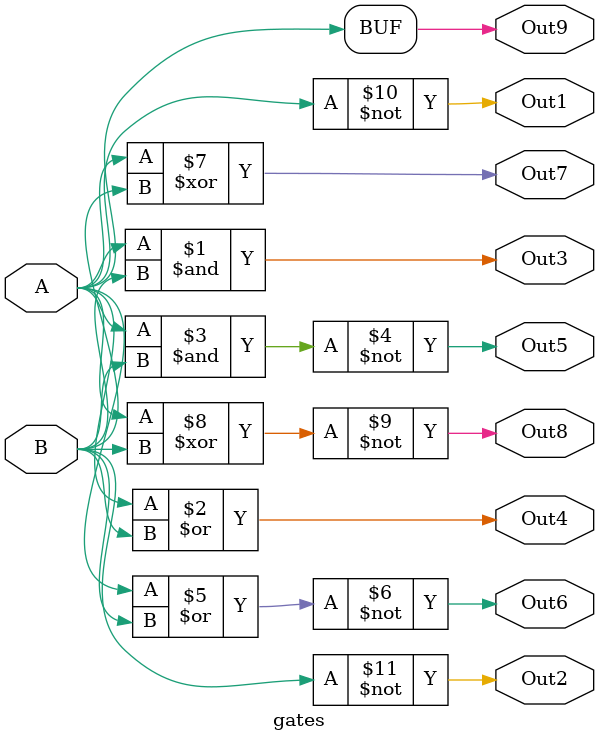
<source format=v>
`timescale 1ns / 1ps

// module initiation 
module gates(Out1, Out2, Out3, Out4, Out5, Out6, Out7, Out8, Out9, A, B);

// direction of ports
input A, B;
output Out1, Out2, Out3, Out4, Out5, Out6, Out7, Out8, Out9;

// logic substance 
not not1(Out1, A); // 
not not2(Out2, B);

and and1(Out3, A, B);
or or1(Out4, A, B);

nand nand1(Out5, A, B);
nor nor1(Out6, A, B); 

xor xor1(Out7, A, B);
xnor xnor1(Out8, A, B);

buf buf1(Out9, A);

// module end 
endmodule

</source>
